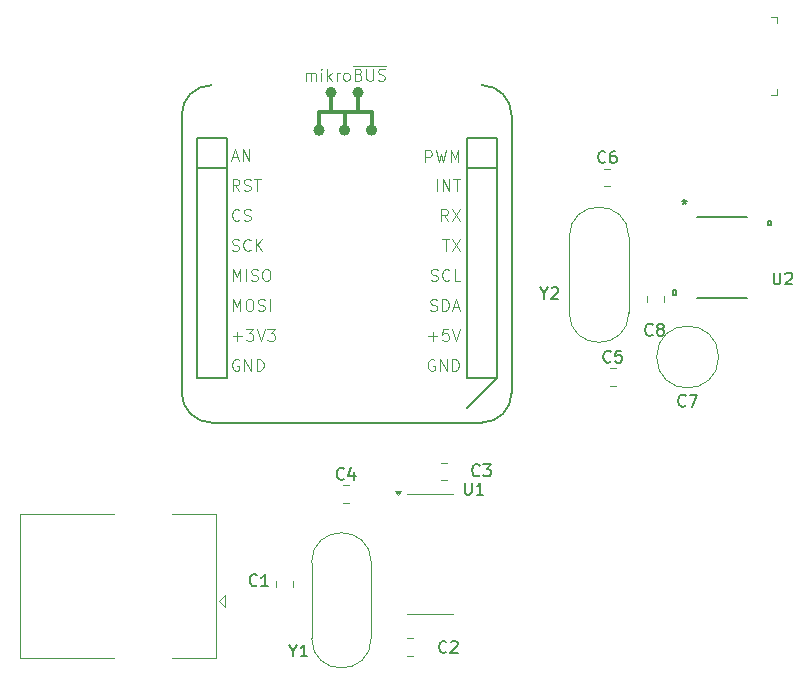
<source format=gto>
G04 #@! TF.GenerationSoftware,KiCad,Pcbnew,8.0.6*
G04 #@! TF.CreationDate,2025-01-19T14:16:04-05:00*
G04 #@! TF.ProjectId,board_stm8_rev2,626f6172-645f-4737-946d-385f72657632,rev?*
G04 #@! TF.SameCoordinates,Original*
G04 #@! TF.FileFunction,Legend,Top*
G04 #@! TF.FilePolarity,Positive*
%FSLAX46Y46*%
G04 Gerber Fmt 4.6, Leading zero omitted, Abs format (unit mm)*
G04 Created by KiCad (PCBNEW 8.0.6) date 2025-01-19 14:16:04*
%MOMM*%
%LPD*%
G01*
G04 APERTURE LIST*
%ADD10C,0.100000*%
%ADD11C,0.150000*%
%ADD12C,0.127000*%
%ADD13C,0.304800*%
%ADD14C,0.508000*%
%ADD15C,0.120000*%
%ADD16C,0.152400*%
G04 APERTURE END LIST*
D10*
X166421343Y-93812419D02*
X166992771Y-93812419D01*
X166707057Y-94812419D02*
X166707057Y-93812419D01*
X167230867Y-93812419D02*
X167897533Y-94812419D01*
X167897533Y-93812419D02*
X167230867Y-94812419D01*
X165468962Y-97304800D02*
X165611819Y-97352419D01*
X165611819Y-97352419D02*
X165849914Y-97352419D01*
X165849914Y-97352419D02*
X165945152Y-97304800D01*
X165945152Y-97304800D02*
X165992771Y-97257180D01*
X165992771Y-97257180D02*
X166040390Y-97161942D01*
X166040390Y-97161942D02*
X166040390Y-97066704D01*
X166040390Y-97066704D02*
X165992771Y-96971466D01*
X165992771Y-96971466D02*
X165945152Y-96923847D01*
X165945152Y-96923847D02*
X165849914Y-96876228D01*
X165849914Y-96876228D02*
X165659438Y-96828609D01*
X165659438Y-96828609D02*
X165564200Y-96780990D01*
X165564200Y-96780990D02*
X165516581Y-96733371D01*
X165516581Y-96733371D02*
X165468962Y-96638133D01*
X165468962Y-96638133D02*
X165468962Y-96542895D01*
X165468962Y-96542895D02*
X165516581Y-96447657D01*
X165516581Y-96447657D02*
X165564200Y-96400038D01*
X165564200Y-96400038D02*
X165659438Y-96352419D01*
X165659438Y-96352419D02*
X165897533Y-96352419D01*
X165897533Y-96352419D02*
X166040390Y-96400038D01*
X167040390Y-97257180D02*
X166992771Y-97304800D01*
X166992771Y-97304800D02*
X166849914Y-97352419D01*
X166849914Y-97352419D02*
X166754676Y-97352419D01*
X166754676Y-97352419D02*
X166611819Y-97304800D01*
X166611819Y-97304800D02*
X166516581Y-97209561D01*
X166516581Y-97209561D02*
X166468962Y-97114323D01*
X166468962Y-97114323D02*
X166421343Y-96923847D01*
X166421343Y-96923847D02*
X166421343Y-96780990D01*
X166421343Y-96780990D02*
X166468962Y-96590514D01*
X166468962Y-96590514D02*
X166516581Y-96495276D01*
X166516581Y-96495276D02*
X166611819Y-96400038D01*
X166611819Y-96400038D02*
X166754676Y-96352419D01*
X166754676Y-96352419D02*
X166849914Y-96352419D01*
X166849914Y-96352419D02*
X166992771Y-96400038D01*
X166992771Y-96400038D02*
X167040390Y-96447657D01*
X167945152Y-97352419D02*
X167468962Y-97352419D01*
X167468962Y-97352419D02*
X167468962Y-96352419D01*
X149249523Y-89732419D02*
X148916190Y-89256228D01*
X148678095Y-89732419D02*
X148678095Y-88732419D01*
X148678095Y-88732419D02*
X149059047Y-88732419D01*
X149059047Y-88732419D02*
X149154285Y-88780038D01*
X149154285Y-88780038D02*
X149201904Y-88827657D01*
X149201904Y-88827657D02*
X149249523Y-88922895D01*
X149249523Y-88922895D02*
X149249523Y-89065752D01*
X149249523Y-89065752D02*
X149201904Y-89160990D01*
X149201904Y-89160990D02*
X149154285Y-89208609D01*
X149154285Y-89208609D02*
X149059047Y-89256228D01*
X149059047Y-89256228D02*
X148678095Y-89256228D01*
X149630476Y-89684800D02*
X149773333Y-89732419D01*
X149773333Y-89732419D02*
X150011428Y-89732419D01*
X150011428Y-89732419D02*
X150106666Y-89684800D01*
X150106666Y-89684800D02*
X150154285Y-89637180D01*
X150154285Y-89637180D02*
X150201904Y-89541942D01*
X150201904Y-89541942D02*
X150201904Y-89446704D01*
X150201904Y-89446704D02*
X150154285Y-89351466D01*
X150154285Y-89351466D02*
X150106666Y-89303847D01*
X150106666Y-89303847D02*
X150011428Y-89256228D01*
X150011428Y-89256228D02*
X149820952Y-89208609D01*
X149820952Y-89208609D02*
X149725714Y-89160990D01*
X149725714Y-89160990D02*
X149678095Y-89113371D01*
X149678095Y-89113371D02*
X149630476Y-89018133D01*
X149630476Y-89018133D02*
X149630476Y-88922895D01*
X149630476Y-88922895D02*
X149678095Y-88827657D01*
X149678095Y-88827657D02*
X149725714Y-88780038D01*
X149725714Y-88780038D02*
X149820952Y-88732419D01*
X149820952Y-88732419D02*
X150059047Y-88732419D01*
X150059047Y-88732419D02*
X150201904Y-88780038D01*
X150487619Y-88732419D02*
X151059047Y-88732419D01*
X150773333Y-89732419D02*
X150773333Y-88732419D01*
X165754676Y-104020038D02*
X165659438Y-103972419D01*
X165659438Y-103972419D02*
X165516581Y-103972419D01*
X165516581Y-103972419D02*
X165373724Y-104020038D01*
X165373724Y-104020038D02*
X165278486Y-104115276D01*
X165278486Y-104115276D02*
X165230867Y-104210514D01*
X165230867Y-104210514D02*
X165183248Y-104400990D01*
X165183248Y-104400990D02*
X165183248Y-104543847D01*
X165183248Y-104543847D02*
X165230867Y-104734323D01*
X165230867Y-104734323D02*
X165278486Y-104829561D01*
X165278486Y-104829561D02*
X165373724Y-104924800D01*
X165373724Y-104924800D02*
X165516581Y-104972419D01*
X165516581Y-104972419D02*
X165611819Y-104972419D01*
X165611819Y-104972419D02*
X165754676Y-104924800D01*
X165754676Y-104924800D02*
X165802295Y-104877180D01*
X165802295Y-104877180D02*
X165802295Y-104543847D01*
X165802295Y-104543847D02*
X165611819Y-104543847D01*
X166230867Y-104972419D02*
X166230867Y-103972419D01*
X166230867Y-103972419D02*
X166802295Y-104972419D01*
X166802295Y-104972419D02*
X166802295Y-103972419D01*
X167278486Y-104972419D02*
X167278486Y-103972419D01*
X167278486Y-103972419D02*
X167516581Y-103972419D01*
X167516581Y-103972419D02*
X167659438Y-104020038D01*
X167659438Y-104020038D02*
X167754676Y-104115276D01*
X167754676Y-104115276D02*
X167802295Y-104210514D01*
X167802295Y-104210514D02*
X167849914Y-104400990D01*
X167849914Y-104400990D02*
X167849914Y-104543847D01*
X167849914Y-104543847D02*
X167802295Y-104734323D01*
X167802295Y-104734323D02*
X167754676Y-104829561D01*
X167754676Y-104829561D02*
X167659438Y-104924800D01*
X167659438Y-104924800D02*
X167516581Y-104972419D01*
X167516581Y-104972419D02*
X167278486Y-104972419D01*
X164992772Y-87319419D02*
X164992772Y-86319419D01*
X164992772Y-86319419D02*
X165373724Y-86319419D01*
X165373724Y-86319419D02*
X165468962Y-86367038D01*
X165468962Y-86367038D02*
X165516581Y-86414657D01*
X165516581Y-86414657D02*
X165564200Y-86509895D01*
X165564200Y-86509895D02*
X165564200Y-86652752D01*
X165564200Y-86652752D02*
X165516581Y-86747990D01*
X165516581Y-86747990D02*
X165468962Y-86795609D01*
X165468962Y-86795609D02*
X165373724Y-86843228D01*
X165373724Y-86843228D02*
X164992772Y-86843228D01*
X165897534Y-86319419D02*
X166135629Y-87319419D01*
X166135629Y-87319419D02*
X166326105Y-86605133D01*
X166326105Y-86605133D02*
X166516581Y-87319419D01*
X166516581Y-87319419D02*
X166754677Y-86319419D01*
X167135629Y-87319419D02*
X167135629Y-86319419D01*
X167135629Y-86319419D02*
X167468962Y-87033704D01*
X167468962Y-87033704D02*
X167802295Y-86319419D01*
X167802295Y-86319419D02*
X167802295Y-87319419D01*
X166897533Y-92272419D02*
X166564200Y-91796228D01*
X166326105Y-92272419D02*
X166326105Y-91272419D01*
X166326105Y-91272419D02*
X166707057Y-91272419D01*
X166707057Y-91272419D02*
X166802295Y-91320038D01*
X166802295Y-91320038D02*
X166849914Y-91367657D01*
X166849914Y-91367657D02*
X166897533Y-91462895D01*
X166897533Y-91462895D02*
X166897533Y-91605752D01*
X166897533Y-91605752D02*
X166849914Y-91700990D01*
X166849914Y-91700990D02*
X166802295Y-91748609D01*
X166802295Y-91748609D02*
X166707057Y-91796228D01*
X166707057Y-91796228D02*
X166326105Y-91796228D01*
X167230867Y-91272419D02*
X167897533Y-92272419D01*
X167897533Y-91272419D02*
X167230867Y-92272419D01*
X149249523Y-92177180D02*
X149201904Y-92224800D01*
X149201904Y-92224800D02*
X149059047Y-92272419D01*
X149059047Y-92272419D02*
X148963809Y-92272419D01*
X148963809Y-92272419D02*
X148820952Y-92224800D01*
X148820952Y-92224800D02*
X148725714Y-92129561D01*
X148725714Y-92129561D02*
X148678095Y-92034323D01*
X148678095Y-92034323D02*
X148630476Y-91843847D01*
X148630476Y-91843847D02*
X148630476Y-91700990D01*
X148630476Y-91700990D02*
X148678095Y-91510514D01*
X148678095Y-91510514D02*
X148725714Y-91415276D01*
X148725714Y-91415276D02*
X148820952Y-91320038D01*
X148820952Y-91320038D02*
X148963809Y-91272419D01*
X148963809Y-91272419D02*
X149059047Y-91272419D01*
X149059047Y-91272419D02*
X149201904Y-91320038D01*
X149201904Y-91320038D02*
X149249523Y-91367657D01*
X149630476Y-92224800D02*
X149773333Y-92272419D01*
X149773333Y-92272419D02*
X150011428Y-92272419D01*
X150011428Y-92272419D02*
X150106666Y-92224800D01*
X150106666Y-92224800D02*
X150154285Y-92177180D01*
X150154285Y-92177180D02*
X150201904Y-92081942D01*
X150201904Y-92081942D02*
X150201904Y-91986704D01*
X150201904Y-91986704D02*
X150154285Y-91891466D01*
X150154285Y-91891466D02*
X150106666Y-91843847D01*
X150106666Y-91843847D02*
X150011428Y-91796228D01*
X150011428Y-91796228D02*
X149820952Y-91748609D01*
X149820952Y-91748609D02*
X149725714Y-91700990D01*
X149725714Y-91700990D02*
X149678095Y-91653371D01*
X149678095Y-91653371D02*
X149630476Y-91558133D01*
X149630476Y-91558133D02*
X149630476Y-91462895D01*
X149630476Y-91462895D02*
X149678095Y-91367657D01*
X149678095Y-91367657D02*
X149725714Y-91320038D01*
X149725714Y-91320038D02*
X149820952Y-91272419D01*
X149820952Y-91272419D02*
X150059047Y-91272419D01*
X150059047Y-91272419D02*
X150201904Y-91320038D01*
X165230867Y-102051466D02*
X165992772Y-102051466D01*
X165611819Y-102432419D02*
X165611819Y-101670514D01*
X166945152Y-101432419D02*
X166468962Y-101432419D01*
X166468962Y-101432419D02*
X166421343Y-101908609D01*
X166421343Y-101908609D02*
X166468962Y-101860990D01*
X166468962Y-101860990D02*
X166564200Y-101813371D01*
X166564200Y-101813371D02*
X166802295Y-101813371D01*
X166802295Y-101813371D02*
X166897533Y-101860990D01*
X166897533Y-101860990D02*
X166945152Y-101908609D01*
X166945152Y-101908609D02*
X166992771Y-102003847D01*
X166992771Y-102003847D02*
X166992771Y-102241942D01*
X166992771Y-102241942D02*
X166945152Y-102337180D01*
X166945152Y-102337180D02*
X166897533Y-102384800D01*
X166897533Y-102384800D02*
X166802295Y-102432419D01*
X166802295Y-102432419D02*
X166564200Y-102432419D01*
X166564200Y-102432419D02*
X166468962Y-102384800D01*
X166468962Y-102384800D02*
X166421343Y-102337180D01*
X167278486Y-101432419D02*
X167611819Y-102432419D01*
X167611819Y-102432419D02*
X167945152Y-101432419D01*
X148678096Y-97352419D02*
X148678096Y-96352419D01*
X148678096Y-96352419D02*
X149011429Y-97066704D01*
X149011429Y-97066704D02*
X149344762Y-96352419D01*
X149344762Y-96352419D02*
X149344762Y-97352419D01*
X149820953Y-97352419D02*
X149820953Y-96352419D01*
X150249524Y-97304800D02*
X150392381Y-97352419D01*
X150392381Y-97352419D02*
X150630476Y-97352419D01*
X150630476Y-97352419D02*
X150725714Y-97304800D01*
X150725714Y-97304800D02*
X150773333Y-97257180D01*
X150773333Y-97257180D02*
X150820952Y-97161942D01*
X150820952Y-97161942D02*
X150820952Y-97066704D01*
X150820952Y-97066704D02*
X150773333Y-96971466D01*
X150773333Y-96971466D02*
X150725714Y-96923847D01*
X150725714Y-96923847D02*
X150630476Y-96876228D01*
X150630476Y-96876228D02*
X150440000Y-96828609D01*
X150440000Y-96828609D02*
X150344762Y-96780990D01*
X150344762Y-96780990D02*
X150297143Y-96733371D01*
X150297143Y-96733371D02*
X150249524Y-96638133D01*
X150249524Y-96638133D02*
X150249524Y-96542895D01*
X150249524Y-96542895D02*
X150297143Y-96447657D01*
X150297143Y-96447657D02*
X150344762Y-96400038D01*
X150344762Y-96400038D02*
X150440000Y-96352419D01*
X150440000Y-96352419D02*
X150678095Y-96352419D01*
X150678095Y-96352419D02*
X150820952Y-96400038D01*
X151440000Y-96352419D02*
X151630476Y-96352419D01*
X151630476Y-96352419D02*
X151725714Y-96400038D01*
X151725714Y-96400038D02*
X151820952Y-96495276D01*
X151820952Y-96495276D02*
X151868571Y-96685752D01*
X151868571Y-96685752D02*
X151868571Y-97019085D01*
X151868571Y-97019085D02*
X151820952Y-97209561D01*
X151820952Y-97209561D02*
X151725714Y-97304800D01*
X151725714Y-97304800D02*
X151630476Y-97352419D01*
X151630476Y-97352419D02*
X151440000Y-97352419D01*
X151440000Y-97352419D02*
X151344762Y-97304800D01*
X151344762Y-97304800D02*
X151249524Y-97209561D01*
X151249524Y-97209561D02*
X151201905Y-97019085D01*
X151201905Y-97019085D02*
X151201905Y-96685752D01*
X151201905Y-96685752D02*
X151249524Y-96495276D01*
X151249524Y-96495276D02*
X151344762Y-96400038D01*
X151344762Y-96400038D02*
X151440000Y-96352419D01*
X148678096Y-99892419D02*
X148678096Y-98892419D01*
X148678096Y-98892419D02*
X149011429Y-99606704D01*
X149011429Y-99606704D02*
X149344762Y-98892419D01*
X149344762Y-98892419D02*
X149344762Y-99892419D01*
X150011429Y-98892419D02*
X150201905Y-98892419D01*
X150201905Y-98892419D02*
X150297143Y-98940038D01*
X150297143Y-98940038D02*
X150392381Y-99035276D01*
X150392381Y-99035276D02*
X150440000Y-99225752D01*
X150440000Y-99225752D02*
X150440000Y-99559085D01*
X150440000Y-99559085D02*
X150392381Y-99749561D01*
X150392381Y-99749561D02*
X150297143Y-99844800D01*
X150297143Y-99844800D02*
X150201905Y-99892419D01*
X150201905Y-99892419D02*
X150011429Y-99892419D01*
X150011429Y-99892419D02*
X149916191Y-99844800D01*
X149916191Y-99844800D02*
X149820953Y-99749561D01*
X149820953Y-99749561D02*
X149773334Y-99559085D01*
X149773334Y-99559085D02*
X149773334Y-99225752D01*
X149773334Y-99225752D02*
X149820953Y-99035276D01*
X149820953Y-99035276D02*
X149916191Y-98940038D01*
X149916191Y-98940038D02*
X150011429Y-98892419D01*
X150820953Y-99844800D02*
X150963810Y-99892419D01*
X150963810Y-99892419D02*
X151201905Y-99892419D01*
X151201905Y-99892419D02*
X151297143Y-99844800D01*
X151297143Y-99844800D02*
X151344762Y-99797180D01*
X151344762Y-99797180D02*
X151392381Y-99701942D01*
X151392381Y-99701942D02*
X151392381Y-99606704D01*
X151392381Y-99606704D02*
X151344762Y-99511466D01*
X151344762Y-99511466D02*
X151297143Y-99463847D01*
X151297143Y-99463847D02*
X151201905Y-99416228D01*
X151201905Y-99416228D02*
X151011429Y-99368609D01*
X151011429Y-99368609D02*
X150916191Y-99320990D01*
X150916191Y-99320990D02*
X150868572Y-99273371D01*
X150868572Y-99273371D02*
X150820953Y-99178133D01*
X150820953Y-99178133D02*
X150820953Y-99082895D01*
X150820953Y-99082895D02*
X150868572Y-98987657D01*
X150868572Y-98987657D02*
X150916191Y-98940038D01*
X150916191Y-98940038D02*
X151011429Y-98892419D01*
X151011429Y-98892419D02*
X151249524Y-98892419D01*
X151249524Y-98892419D02*
X151392381Y-98940038D01*
X151820953Y-99892419D02*
X151820953Y-98892419D01*
X154866667Y-80407419D02*
X154866667Y-79740752D01*
X154866667Y-79835990D02*
X154914286Y-79788371D01*
X154914286Y-79788371D02*
X155009524Y-79740752D01*
X155009524Y-79740752D02*
X155152381Y-79740752D01*
X155152381Y-79740752D02*
X155247619Y-79788371D01*
X155247619Y-79788371D02*
X155295238Y-79883609D01*
X155295238Y-79883609D02*
X155295238Y-80407419D01*
X155295238Y-79883609D02*
X155342857Y-79788371D01*
X155342857Y-79788371D02*
X155438095Y-79740752D01*
X155438095Y-79740752D02*
X155580952Y-79740752D01*
X155580952Y-79740752D02*
X155676191Y-79788371D01*
X155676191Y-79788371D02*
X155723810Y-79883609D01*
X155723810Y-79883609D02*
X155723810Y-80407419D01*
X156200000Y-80407419D02*
X156200000Y-79740752D01*
X156200000Y-79407419D02*
X156152381Y-79455038D01*
X156152381Y-79455038D02*
X156200000Y-79502657D01*
X156200000Y-79502657D02*
X156247619Y-79455038D01*
X156247619Y-79455038D02*
X156200000Y-79407419D01*
X156200000Y-79407419D02*
X156200000Y-79502657D01*
X156676190Y-80407419D02*
X156676190Y-79407419D01*
X156771428Y-80026466D02*
X157057142Y-80407419D01*
X157057142Y-79740752D02*
X156676190Y-80121704D01*
X157485714Y-80407419D02*
X157485714Y-79740752D01*
X157485714Y-79931228D02*
X157533333Y-79835990D01*
X157533333Y-79835990D02*
X157580952Y-79788371D01*
X157580952Y-79788371D02*
X157676190Y-79740752D01*
X157676190Y-79740752D02*
X157771428Y-79740752D01*
X158247619Y-80407419D02*
X158152381Y-80359800D01*
X158152381Y-80359800D02*
X158104762Y-80312180D01*
X158104762Y-80312180D02*
X158057143Y-80216942D01*
X158057143Y-80216942D02*
X158057143Y-79931228D01*
X158057143Y-79931228D02*
X158104762Y-79835990D01*
X158104762Y-79835990D02*
X158152381Y-79788371D01*
X158152381Y-79788371D02*
X158247619Y-79740752D01*
X158247619Y-79740752D02*
X158390476Y-79740752D01*
X158390476Y-79740752D02*
X158485714Y-79788371D01*
X158485714Y-79788371D02*
X158533333Y-79835990D01*
X158533333Y-79835990D02*
X158580952Y-79931228D01*
X158580952Y-79931228D02*
X158580952Y-80216942D01*
X158580952Y-80216942D02*
X158533333Y-80312180D01*
X158533333Y-80312180D02*
X158485714Y-80359800D01*
X158485714Y-80359800D02*
X158390476Y-80407419D01*
X158390476Y-80407419D02*
X158247619Y-80407419D01*
X159342857Y-79883609D02*
X159485714Y-79931228D01*
X159485714Y-79931228D02*
X159533333Y-79978847D01*
X159533333Y-79978847D02*
X159580952Y-80074085D01*
X159580952Y-80074085D02*
X159580952Y-80216942D01*
X159580952Y-80216942D02*
X159533333Y-80312180D01*
X159533333Y-80312180D02*
X159485714Y-80359800D01*
X159485714Y-80359800D02*
X159390476Y-80407419D01*
X159390476Y-80407419D02*
X159009524Y-80407419D01*
X159009524Y-80407419D02*
X159009524Y-79407419D01*
X159009524Y-79407419D02*
X159342857Y-79407419D01*
X159342857Y-79407419D02*
X159438095Y-79455038D01*
X159438095Y-79455038D02*
X159485714Y-79502657D01*
X159485714Y-79502657D02*
X159533333Y-79597895D01*
X159533333Y-79597895D02*
X159533333Y-79693133D01*
X159533333Y-79693133D02*
X159485714Y-79788371D01*
X159485714Y-79788371D02*
X159438095Y-79835990D01*
X159438095Y-79835990D02*
X159342857Y-79883609D01*
X159342857Y-79883609D02*
X159009524Y-79883609D01*
X160009524Y-79407419D02*
X160009524Y-80216942D01*
X160009524Y-80216942D02*
X160057143Y-80312180D01*
X160057143Y-80312180D02*
X160104762Y-80359800D01*
X160104762Y-80359800D02*
X160200000Y-80407419D01*
X160200000Y-80407419D02*
X160390476Y-80407419D01*
X160390476Y-80407419D02*
X160485714Y-80359800D01*
X160485714Y-80359800D02*
X160533333Y-80312180D01*
X160533333Y-80312180D02*
X160580952Y-80216942D01*
X160580952Y-80216942D02*
X160580952Y-79407419D01*
X161009524Y-80359800D02*
X161152381Y-80407419D01*
X161152381Y-80407419D02*
X161390476Y-80407419D01*
X161390476Y-80407419D02*
X161485714Y-80359800D01*
X161485714Y-80359800D02*
X161533333Y-80312180D01*
X161533333Y-80312180D02*
X161580952Y-80216942D01*
X161580952Y-80216942D02*
X161580952Y-80121704D01*
X161580952Y-80121704D02*
X161533333Y-80026466D01*
X161533333Y-80026466D02*
X161485714Y-79978847D01*
X161485714Y-79978847D02*
X161390476Y-79931228D01*
X161390476Y-79931228D02*
X161200000Y-79883609D01*
X161200000Y-79883609D02*
X161104762Y-79835990D01*
X161104762Y-79835990D02*
X161057143Y-79788371D01*
X161057143Y-79788371D02*
X161009524Y-79693133D01*
X161009524Y-79693133D02*
X161009524Y-79597895D01*
X161009524Y-79597895D02*
X161057143Y-79502657D01*
X161057143Y-79502657D02*
X161104762Y-79455038D01*
X161104762Y-79455038D02*
X161200000Y-79407419D01*
X161200000Y-79407419D02*
X161438095Y-79407419D01*
X161438095Y-79407419D02*
X161580952Y-79455038D01*
X158871429Y-79129800D02*
X161671429Y-79129800D01*
X165421343Y-99844800D02*
X165564200Y-99892419D01*
X165564200Y-99892419D02*
X165802295Y-99892419D01*
X165802295Y-99892419D02*
X165897533Y-99844800D01*
X165897533Y-99844800D02*
X165945152Y-99797180D01*
X165945152Y-99797180D02*
X165992771Y-99701942D01*
X165992771Y-99701942D02*
X165992771Y-99606704D01*
X165992771Y-99606704D02*
X165945152Y-99511466D01*
X165945152Y-99511466D02*
X165897533Y-99463847D01*
X165897533Y-99463847D02*
X165802295Y-99416228D01*
X165802295Y-99416228D02*
X165611819Y-99368609D01*
X165611819Y-99368609D02*
X165516581Y-99320990D01*
X165516581Y-99320990D02*
X165468962Y-99273371D01*
X165468962Y-99273371D02*
X165421343Y-99178133D01*
X165421343Y-99178133D02*
X165421343Y-99082895D01*
X165421343Y-99082895D02*
X165468962Y-98987657D01*
X165468962Y-98987657D02*
X165516581Y-98940038D01*
X165516581Y-98940038D02*
X165611819Y-98892419D01*
X165611819Y-98892419D02*
X165849914Y-98892419D01*
X165849914Y-98892419D02*
X165992771Y-98940038D01*
X166421343Y-99892419D02*
X166421343Y-98892419D01*
X166421343Y-98892419D02*
X166659438Y-98892419D01*
X166659438Y-98892419D02*
X166802295Y-98940038D01*
X166802295Y-98940038D02*
X166897533Y-99035276D01*
X166897533Y-99035276D02*
X166945152Y-99130514D01*
X166945152Y-99130514D02*
X166992771Y-99320990D01*
X166992771Y-99320990D02*
X166992771Y-99463847D01*
X166992771Y-99463847D02*
X166945152Y-99654323D01*
X166945152Y-99654323D02*
X166897533Y-99749561D01*
X166897533Y-99749561D02*
X166802295Y-99844800D01*
X166802295Y-99844800D02*
X166659438Y-99892419D01*
X166659438Y-99892419D02*
X166421343Y-99892419D01*
X167373724Y-99606704D02*
X167849914Y-99606704D01*
X167278486Y-99892419D02*
X167611819Y-98892419D01*
X167611819Y-98892419D02*
X167945152Y-99892419D01*
X165992772Y-89732419D02*
X165992772Y-88732419D01*
X166468962Y-89732419D02*
X166468962Y-88732419D01*
X166468962Y-88732419D02*
X167040390Y-89732419D01*
X167040390Y-89732419D02*
X167040390Y-88732419D01*
X167373724Y-88732419D02*
X167945152Y-88732419D01*
X167659438Y-89732419D02*
X167659438Y-88732419D01*
X148630476Y-94764800D02*
X148773333Y-94812419D01*
X148773333Y-94812419D02*
X149011428Y-94812419D01*
X149011428Y-94812419D02*
X149106666Y-94764800D01*
X149106666Y-94764800D02*
X149154285Y-94717180D01*
X149154285Y-94717180D02*
X149201904Y-94621942D01*
X149201904Y-94621942D02*
X149201904Y-94526704D01*
X149201904Y-94526704D02*
X149154285Y-94431466D01*
X149154285Y-94431466D02*
X149106666Y-94383847D01*
X149106666Y-94383847D02*
X149011428Y-94336228D01*
X149011428Y-94336228D02*
X148820952Y-94288609D01*
X148820952Y-94288609D02*
X148725714Y-94240990D01*
X148725714Y-94240990D02*
X148678095Y-94193371D01*
X148678095Y-94193371D02*
X148630476Y-94098133D01*
X148630476Y-94098133D02*
X148630476Y-94002895D01*
X148630476Y-94002895D02*
X148678095Y-93907657D01*
X148678095Y-93907657D02*
X148725714Y-93860038D01*
X148725714Y-93860038D02*
X148820952Y-93812419D01*
X148820952Y-93812419D02*
X149059047Y-93812419D01*
X149059047Y-93812419D02*
X149201904Y-93860038D01*
X150201904Y-94717180D02*
X150154285Y-94764800D01*
X150154285Y-94764800D02*
X150011428Y-94812419D01*
X150011428Y-94812419D02*
X149916190Y-94812419D01*
X149916190Y-94812419D02*
X149773333Y-94764800D01*
X149773333Y-94764800D02*
X149678095Y-94669561D01*
X149678095Y-94669561D02*
X149630476Y-94574323D01*
X149630476Y-94574323D02*
X149582857Y-94383847D01*
X149582857Y-94383847D02*
X149582857Y-94240990D01*
X149582857Y-94240990D02*
X149630476Y-94050514D01*
X149630476Y-94050514D02*
X149678095Y-93955276D01*
X149678095Y-93955276D02*
X149773333Y-93860038D01*
X149773333Y-93860038D02*
X149916190Y-93812419D01*
X149916190Y-93812419D02*
X150011428Y-93812419D01*
X150011428Y-93812419D02*
X150154285Y-93860038D01*
X150154285Y-93860038D02*
X150201904Y-93907657D01*
X150630476Y-94812419D02*
X150630476Y-93812419D01*
X151201904Y-94812419D02*
X150773333Y-94240990D01*
X151201904Y-93812419D02*
X150630476Y-94383847D01*
X148630476Y-86906704D02*
X149106666Y-86906704D01*
X148535238Y-87192419D02*
X148868571Y-86192419D01*
X148868571Y-86192419D02*
X149201904Y-87192419D01*
X149535238Y-87192419D02*
X149535238Y-86192419D01*
X149535238Y-86192419D02*
X150106666Y-87192419D01*
X150106666Y-87192419D02*
X150106666Y-86192419D01*
X149201904Y-104020038D02*
X149106666Y-103972419D01*
X149106666Y-103972419D02*
X148963809Y-103972419D01*
X148963809Y-103972419D02*
X148820952Y-104020038D01*
X148820952Y-104020038D02*
X148725714Y-104115276D01*
X148725714Y-104115276D02*
X148678095Y-104210514D01*
X148678095Y-104210514D02*
X148630476Y-104400990D01*
X148630476Y-104400990D02*
X148630476Y-104543847D01*
X148630476Y-104543847D02*
X148678095Y-104734323D01*
X148678095Y-104734323D02*
X148725714Y-104829561D01*
X148725714Y-104829561D02*
X148820952Y-104924800D01*
X148820952Y-104924800D02*
X148963809Y-104972419D01*
X148963809Y-104972419D02*
X149059047Y-104972419D01*
X149059047Y-104972419D02*
X149201904Y-104924800D01*
X149201904Y-104924800D02*
X149249523Y-104877180D01*
X149249523Y-104877180D02*
X149249523Y-104543847D01*
X149249523Y-104543847D02*
X149059047Y-104543847D01*
X149678095Y-104972419D02*
X149678095Y-103972419D01*
X149678095Y-103972419D02*
X150249523Y-104972419D01*
X150249523Y-104972419D02*
X150249523Y-103972419D01*
X150725714Y-104972419D02*
X150725714Y-103972419D01*
X150725714Y-103972419D02*
X150963809Y-103972419D01*
X150963809Y-103972419D02*
X151106666Y-104020038D01*
X151106666Y-104020038D02*
X151201904Y-104115276D01*
X151201904Y-104115276D02*
X151249523Y-104210514D01*
X151249523Y-104210514D02*
X151297142Y-104400990D01*
X151297142Y-104400990D02*
X151297142Y-104543847D01*
X151297142Y-104543847D02*
X151249523Y-104734323D01*
X151249523Y-104734323D02*
X151201904Y-104829561D01*
X151201904Y-104829561D02*
X151106666Y-104924800D01*
X151106666Y-104924800D02*
X150963809Y-104972419D01*
X150963809Y-104972419D02*
X150725714Y-104972419D01*
X148678095Y-102051466D02*
X149440000Y-102051466D01*
X149059047Y-102432419D02*
X149059047Y-101670514D01*
X149820952Y-101432419D02*
X150439999Y-101432419D01*
X150439999Y-101432419D02*
X150106666Y-101813371D01*
X150106666Y-101813371D02*
X150249523Y-101813371D01*
X150249523Y-101813371D02*
X150344761Y-101860990D01*
X150344761Y-101860990D02*
X150392380Y-101908609D01*
X150392380Y-101908609D02*
X150439999Y-102003847D01*
X150439999Y-102003847D02*
X150439999Y-102241942D01*
X150439999Y-102241942D02*
X150392380Y-102337180D01*
X150392380Y-102337180D02*
X150344761Y-102384800D01*
X150344761Y-102384800D02*
X150249523Y-102432419D01*
X150249523Y-102432419D02*
X149963809Y-102432419D01*
X149963809Y-102432419D02*
X149868571Y-102384800D01*
X149868571Y-102384800D02*
X149820952Y-102337180D01*
X150725714Y-101432419D02*
X151059047Y-102432419D01*
X151059047Y-102432419D02*
X151392380Y-101432419D01*
X151630476Y-101432419D02*
X152249523Y-101432419D01*
X152249523Y-101432419D02*
X151916190Y-101813371D01*
X151916190Y-101813371D02*
X152059047Y-101813371D01*
X152059047Y-101813371D02*
X152154285Y-101860990D01*
X152154285Y-101860990D02*
X152201904Y-101908609D01*
X152201904Y-101908609D02*
X152249523Y-102003847D01*
X152249523Y-102003847D02*
X152249523Y-102241942D01*
X152249523Y-102241942D02*
X152201904Y-102337180D01*
X152201904Y-102337180D02*
X152154285Y-102384800D01*
X152154285Y-102384800D02*
X152059047Y-102432419D01*
X152059047Y-102432419D02*
X151773333Y-102432419D01*
X151773333Y-102432419D02*
X151678095Y-102384800D01*
X151678095Y-102384800D02*
X151630476Y-102337180D01*
D11*
X184233333Y-101909580D02*
X184185714Y-101957200D01*
X184185714Y-101957200D02*
X184042857Y-102004819D01*
X184042857Y-102004819D02*
X183947619Y-102004819D01*
X183947619Y-102004819D02*
X183804762Y-101957200D01*
X183804762Y-101957200D02*
X183709524Y-101861961D01*
X183709524Y-101861961D02*
X183661905Y-101766723D01*
X183661905Y-101766723D02*
X183614286Y-101576247D01*
X183614286Y-101576247D02*
X183614286Y-101433390D01*
X183614286Y-101433390D02*
X183661905Y-101242914D01*
X183661905Y-101242914D02*
X183709524Y-101147676D01*
X183709524Y-101147676D02*
X183804762Y-101052438D01*
X183804762Y-101052438D02*
X183947619Y-101004819D01*
X183947619Y-101004819D02*
X184042857Y-101004819D01*
X184042857Y-101004819D02*
X184185714Y-101052438D01*
X184185714Y-101052438D02*
X184233333Y-101100057D01*
X184804762Y-101433390D02*
X184709524Y-101385771D01*
X184709524Y-101385771D02*
X184661905Y-101338152D01*
X184661905Y-101338152D02*
X184614286Y-101242914D01*
X184614286Y-101242914D02*
X184614286Y-101195295D01*
X184614286Y-101195295D02*
X184661905Y-101100057D01*
X184661905Y-101100057D02*
X184709524Y-101052438D01*
X184709524Y-101052438D02*
X184804762Y-101004819D01*
X184804762Y-101004819D02*
X184995238Y-101004819D01*
X184995238Y-101004819D02*
X185090476Y-101052438D01*
X185090476Y-101052438D02*
X185138095Y-101100057D01*
X185138095Y-101100057D02*
X185185714Y-101195295D01*
X185185714Y-101195295D02*
X185185714Y-101242914D01*
X185185714Y-101242914D02*
X185138095Y-101338152D01*
X185138095Y-101338152D02*
X185090476Y-101385771D01*
X185090476Y-101385771D02*
X184995238Y-101433390D01*
X184995238Y-101433390D02*
X184804762Y-101433390D01*
X184804762Y-101433390D02*
X184709524Y-101481009D01*
X184709524Y-101481009D02*
X184661905Y-101528628D01*
X184661905Y-101528628D02*
X184614286Y-101623866D01*
X184614286Y-101623866D02*
X184614286Y-101814342D01*
X184614286Y-101814342D02*
X184661905Y-101909580D01*
X184661905Y-101909580D02*
X184709524Y-101957200D01*
X184709524Y-101957200D02*
X184804762Y-102004819D01*
X184804762Y-102004819D02*
X184995238Y-102004819D01*
X184995238Y-102004819D02*
X185090476Y-101957200D01*
X185090476Y-101957200D02*
X185138095Y-101909580D01*
X185138095Y-101909580D02*
X185185714Y-101814342D01*
X185185714Y-101814342D02*
X185185714Y-101623866D01*
X185185714Y-101623866D02*
X185138095Y-101528628D01*
X185138095Y-101528628D02*
X185090476Y-101481009D01*
X185090476Y-101481009D02*
X184995238Y-101433390D01*
X187033333Y-107909580D02*
X186985714Y-107957200D01*
X186985714Y-107957200D02*
X186842857Y-108004819D01*
X186842857Y-108004819D02*
X186747619Y-108004819D01*
X186747619Y-108004819D02*
X186604762Y-107957200D01*
X186604762Y-107957200D02*
X186509524Y-107861961D01*
X186509524Y-107861961D02*
X186461905Y-107766723D01*
X186461905Y-107766723D02*
X186414286Y-107576247D01*
X186414286Y-107576247D02*
X186414286Y-107433390D01*
X186414286Y-107433390D02*
X186461905Y-107242914D01*
X186461905Y-107242914D02*
X186509524Y-107147676D01*
X186509524Y-107147676D02*
X186604762Y-107052438D01*
X186604762Y-107052438D02*
X186747619Y-107004819D01*
X186747619Y-107004819D02*
X186842857Y-107004819D01*
X186842857Y-107004819D02*
X186985714Y-107052438D01*
X186985714Y-107052438D02*
X187033333Y-107100057D01*
X187366667Y-107004819D02*
X188033333Y-107004819D01*
X188033333Y-107004819D02*
X187604762Y-108004819D01*
X180695333Y-104179580D02*
X180647714Y-104227200D01*
X180647714Y-104227200D02*
X180504857Y-104274819D01*
X180504857Y-104274819D02*
X180409619Y-104274819D01*
X180409619Y-104274819D02*
X180266762Y-104227200D01*
X180266762Y-104227200D02*
X180171524Y-104131961D01*
X180171524Y-104131961D02*
X180123905Y-104036723D01*
X180123905Y-104036723D02*
X180076286Y-103846247D01*
X180076286Y-103846247D02*
X180076286Y-103703390D01*
X180076286Y-103703390D02*
X180123905Y-103512914D01*
X180123905Y-103512914D02*
X180171524Y-103417676D01*
X180171524Y-103417676D02*
X180266762Y-103322438D01*
X180266762Y-103322438D02*
X180409619Y-103274819D01*
X180409619Y-103274819D02*
X180504857Y-103274819D01*
X180504857Y-103274819D02*
X180647714Y-103322438D01*
X180647714Y-103322438D02*
X180695333Y-103370057D01*
X181600095Y-103274819D02*
X181123905Y-103274819D01*
X181123905Y-103274819D02*
X181076286Y-103751009D01*
X181076286Y-103751009D02*
X181123905Y-103703390D01*
X181123905Y-103703390D02*
X181219143Y-103655771D01*
X181219143Y-103655771D02*
X181457238Y-103655771D01*
X181457238Y-103655771D02*
X181552476Y-103703390D01*
X181552476Y-103703390D02*
X181600095Y-103751009D01*
X181600095Y-103751009D02*
X181647714Y-103846247D01*
X181647714Y-103846247D02*
X181647714Y-104084342D01*
X181647714Y-104084342D02*
X181600095Y-104179580D01*
X181600095Y-104179580D02*
X181552476Y-104227200D01*
X181552476Y-104227200D02*
X181457238Y-104274819D01*
X181457238Y-104274819D02*
X181219143Y-104274819D01*
X181219143Y-104274819D02*
X181123905Y-104227200D01*
X181123905Y-104227200D02*
X181076286Y-104179580D01*
X180233333Y-87279580D02*
X180185714Y-87327200D01*
X180185714Y-87327200D02*
X180042857Y-87374819D01*
X180042857Y-87374819D02*
X179947619Y-87374819D01*
X179947619Y-87374819D02*
X179804762Y-87327200D01*
X179804762Y-87327200D02*
X179709524Y-87231961D01*
X179709524Y-87231961D02*
X179661905Y-87136723D01*
X179661905Y-87136723D02*
X179614286Y-86946247D01*
X179614286Y-86946247D02*
X179614286Y-86803390D01*
X179614286Y-86803390D02*
X179661905Y-86612914D01*
X179661905Y-86612914D02*
X179709524Y-86517676D01*
X179709524Y-86517676D02*
X179804762Y-86422438D01*
X179804762Y-86422438D02*
X179947619Y-86374819D01*
X179947619Y-86374819D02*
X180042857Y-86374819D01*
X180042857Y-86374819D02*
X180185714Y-86422438D01*
X180185714Y-86422438D02*
X180233333Y-86470057D01*
X181090476Y-86374819D02*
X180900000Y-86374819D01*
X180900000Y-86374819D02*
X180804762Y-86422438D01*
X180804762Y-86422438D02*
X180757143Y-86470057D01*
X180757143Y-86470057D02*
X180661905Y-86612914D01*
X180661905Y-86612914D02*
X180614286Y-86803390D01*
X180614286Y-86803390D02*
X180614286Y-87184342D01*
X180614286Y-87184342D02*
X180661905Y-87279580D01*
X180661905Y-87279580D02*
X180709524Y-87327200D01*
X180709524Y-87327200D02*
X180804762Y-87374819D01*
X180804762Y-87374819D02*
X180995238Y-87374819D01*
X180995238Y-87374819D02*
X181090476Y-87327200D01*
X181090476Y-87327200D02*
X181138095Y-87279580D01*
X181138095Y-87279580D02*
X181185714Y-87184342D01*
X181185714Y-87184342D02*
X181185714Y-86946247D01*
X181185714Y-86946247D02*
X181138095Y-86851009D01*
X181138095Y-86851009D02*
X181090476Y-86803390D01*
X181090476Y-86803390D02*
X180995238Y-86755771D01*
X180995238Y-86755771D02*
X180804762Y-86755771D01*
X180804762Y-86755771D02*
X180709524Y-86803390D01*
X180709524Y-86803390D02*
X180661905Y-86851009D01*
X180661905Y-86851009D02*
X180614286Y-86946247D01*
X175073809Y-98428628D02*
X175073809Y-98904819D01*
X174740476Y-97904819D02*
X175073809Y-98428628D01*
X175073809Y-98428628D02*
X175407142Y-97904819D01*
X175692857Y-98000057D02*
X175740476Y-97952438D01*
X175740476Y-97952438D02*
X175835714Y-97904819D01*
X175835714Y-97904819D02*
X176073809Y-97904819D01*
X176073809Y-97904819D02*
X176169047Y-97952438D01*
X176169047Y-97952438D02*
X176216666Y-98000057D01*
X176216666Y-98000057D02*
X176264285Y-98095295D01*
X176264285Y-98095295D02*
X176264285Y-98190533D01*
X176264285Y-98190533D02*
X176216666Y-98333390D01*
X176216666Y-98333390D02*
X175645238Y-98904819D01*
X175645238Y-98904819D02*
X176264285Y-98904819D01*
X194488095Y-96654819D02*
X194488095Y-97464342D01*
X194488095Y-97464342D02*
X194535714Y-97559580D01*
X194535714Y-97559580D02*
X194583333Y-97607200D01*
X194583333Y-97607200D02*
X194678571Y-97654819D01*
X194678571Y-97654819D02*
X194869047Y-97654819D01*
X194869047Y-97654819D02*
X194964285Y-97607200D01*
X194964285Y-97607200D02*
X195011904Y-97559580D01*
X195011904Y-97559580D02*
X195059523Y-97464342D01*
X195059523Y-97464342D02*
X195059523Y-96654819D01*
X195488095Y-96750057D02*
X195535714Y-96702438D01*
X195535714Y-96702438D02*
X195630952Y-96654819D01*
X195630952Y-96654819D02*
X195869047Y-96654819D01*
X195869047Y-96654819D02*
X195964285Y-96702438D01*
X195964285Y-96702438D02*
X196011904Y-96750057D01*
X196011904Y-96750057D02*
X196059523Y-96845295D01*
X196059523Y-96845295D02*
X196059523Y-96940533D01*
X196059523Y-96940533D02*
X196011904Y-97083390D01*
X196011904Y-97083390D02*
X195440476Y-97654819D01*
X195440476Y-97654819D02*
X196059523Y-97654819D01*
X186925000Y-90431218D02*
X186925000Y-90669313D01*
X186686905Y-90574075D02*
X186925000Y-90669313D01*
X186925000Y-90669313D02*
X187163095Y-90574075D01*
X186782143Y-90859789D02*
X186925000Y-90669313D01*
X186925000Y-90669313D02*
X187067857Y-90859789D01*
X158106333Y-114098580D02*
X158058714Y-114146200D01*
X158058714Y-114146200D02*
X157915857Y-114193819D01*
X157915857Y-114193819D02*
X157820619Y-114193819D01*
X157820619Y-114193819D02*
X157677762Y-114146200D01*
X157677762Y-114146200D02*
X157582524Y-114050961D01*
X157582524Y-114050961D02*
X157534905Y-113955723D01*
X157534905Y-113955723D02*
X157487286Y-113765247D01*
X157487286Y-113765247D02*
X157487286Y-113622390D01*
X157487286Y-113622390D02*
X157534905Y-113431914D01*
X157534905Y-113431914D02*
X157582524Y-113336676D01*
X157582524Y-113336676D02*
X157677762Y-113241438D01*
X157677762Y-113241438D02*
X157820619Y-113193819D01*
X157820619Y-113193819D02*
X157915857Y-113193819D01*
X157915857Y-113193819D02*
X158058714Y-113241438D01*
X158058714Y-113241438D02*
X158106333Y-113289057D01*
X158963476Y-113527152D02*
X158963476Y-114193819D01*
X158725381Y-113146200D02*
X158487286Y-113860485D01*
X158487286Y-113860485D02*
X159106333Y-113860485D01*
X168338095Y-114454819D02*
X168338095Y-115264342D01*
X168338095Y-115264342D02*
X168385714Y-115359580D01*
X168385714Y-115359580D02*
X168433333Y-115407200D01*
X168433333Y-115407200D02*
X168528571Y-115454819D01*
X168528571Y-115454819D02*
X168719047Y-115454819D01*
X168719047Y-115454819D02*
X168814285Y-115407200D01*
X168814285Y-115407200D02*
X168861904Y-115359580D01*
X168861904Y-115359580D02*
X168909523Y-115264342D01*
X168909523Y-115264342D02*
X168909523Y-114454819D01*
X169909523Y-115454819D02*
X169338095Y-115454819D01*
X169623809Y-115454819D02*
X169623809Y-114454819D01*
X169623809Y-114454819D02*
X169528571Y-114597676D01*
X169528571Y-114597676D02*
X169433333Y-114692914D01*
X169433333Y-114692914D02*
X169338095Y-114740533D01*
X153823809Y-128678628D02*
X153823809Y-129154819D01*
X153490476Y-128154819D02*
X153823809Y-128678628D01*
X153823809Y-128678628D02*
X154157142Y-128154819D01*
X155014285Y-129154819D02*
X154442857Y-129154819D01*
X154728571Y-129154819D02*
X154728571Y-128154819D01*
X154728571Y-128154819D02*
X154633333Y-128297676D01*
X154633333Y-128297676D02*
X154538095Y-128392914D01*
X154538095Y-128392914D02*
X154442857Y-128440533D01*
X169583333Y-113809580D02*
X169535714Y-113857200D01*
X169535714Y-113857200D02*
X169392857Y-113904819D01*
X169392857Y-113904819D02*
X169297619Y-113904819D01*
X169297619Y-113904819D02*
X169154762Y-113857200D01*
X169154762Y-113857200D02*
X169059524Y-113761961D01*
X169059524Y-113761961D02*
X169011905Y-113666723D01*
X169011905Y-113666723D02*
X168964286Y-113476247D01*
X168964286Y-113476247D02*
X168964286Y-113333390D01*
X168964286Y-113333390D02*
X169011905Y-113142914D01*
X169011905Y-113142914D02*
X169059524Y-113047676D01*
X169059524Y-113047676D02*
X169154762Y-112952438D01*
X169154762Y-112952438D02*
X169297619Y-112904819D01*
X169297619Y-112904819D02*
X169392857Y-112904819D01*
X169392857Y-112904819D02*
X169535714Y-112952438D01*
X169535714Y-112952438D02*
X169583333Y-113000057D01*
X169916667Y-112904819D02*
X170535714Y-112904819D01*
X170535714Y-112904819D02*
X170202381Y-113285771D01*
X170202381Y-113285771D02*
X170345238Y-113285771D01*
X170345238Y-113285771D02*
X170440476Y-113333390D01*
X170440476Y-113333390D02*
X170488095Y-113381009D01*
X170488095Y-113381009D02*
X170535714Y-113476247D01*
X170535714Y-113476247D02*
X170535714Y-113714342D01*
X170535714Y-113714342D02*
X170488095Y-113809580D01*
X170488095Y-113809580D02*
X170440476Y-113857200D01*
X170440476Y-113857200D02*
X170345238Y-113904819D01*
X170345238Y-113904819D02*
X170059524Y-113904819D01*
X170059524Y-113904819D02*
X169964286Y-113857200D01*
X169964286Y-113857200D02*
X169916667Y-113809580D01*
X166783333Y-128759580D02*
X166735714Y-128807200D01*
X166735714Y-128807200D02*
X166592857Y-128854819D01*
X166592857Y-128854819D02*
X166497619Y-128854819D01*
X166497619Y-128854819D02*
X166354762Y-128807200D01*
X166354762Y-128807200D02*
X166259524Y-128711961D01*
X166259524Y-128711961D02*
X166211905Y-128616723D01*
X166211905Y-128616723D02*
X166164286Y-128426247D01*
X166164286Y-128426247D02*
X166164286Y-128283390D01*
X166164286Y-128283390D02*
X166211905Y-128092914D01*
X166211905Y-128092914D02*
X166259524Y-127997676D01*
X166259524Y-127997676D02*
X166354762Y-127902438D01*
X166354762Y-127902438D02*
X166497619Y-127854819D01*
X166497619Y-127854819D02*
X166592857Y-127854819D01*
X166592857Y-127854819D02*
X166735714Y-127902438D01*
X166735714Y-127902438D02*
X166783333Y-127950057D01*
X167164286Y-127950057D02*
X167211905Y-127902438D01*
X167211905Y-127902438D02*
X167307143Y-127854819D01*
X167307143Y-127854819D02*
X167545238Y-127854819D01*
X167545238Y-127854819D02*
X167640476Y-127902438D01*
X167640476Y-127902438D02*
X167688095Y-127950057D01*
X167688095Y-127950057D02*
X167735714Y-128045295D01*
X167735714Y-128045295D02*
X167735714Y-128140533D01*
X167735714Y-128140533D02*
X167688095Y-128283390D01*
X167688095Y-128283390D02*
X167116667Y-128854819D01*
X167116667Y-128854819D02*
X167735714Y-128854819D01*
X150733333Y-123109580D02*
X150685714Y-123157200D01*
X150685714Y-123157200D02*
X150542857Y-123204819D01*
X150542857Y-123204819D02*
X150447619Y-123204819D01*
X150447619Y-123204819D02*
X150304762Y-123157200D01*
X150304762Y-123157200D02*
X150209524Y-123061961D01*
X150209524Y-123061961D02*
X150161905Y-122966723D01*
X150161905Y-122966723D02*
X150114286Y-122776247D01*
X150114286Y-122776247D02*
X150114286Y-122633390D01*
X150114286Y-122633390D02*
X150161905Y-122442914D01*
X150161905Y-122442914D02*
X150209524Y-122347676D01*
X150209524Y-122347676D02*
X150304762Y-122252438D01*
X150304762Y-122252438D02*
X150447619Y-122204819D01*
X150447619Y-122204819D02*
X150542857Y-122204819D01*
X150542857Y-122204819D02*
X150685714Y-122252438D01*
X150685714Y-122252438D02*
X150733333Y-122300057D01*
X151685714Y-123204819D02*
X151114286Y-123204819D01*
X151400000Y-123204819D02*
X151400000Y-122204819D01*
X151400000Y-122204819D02*
X151304762Y-122347676D01*
X151304762Y-122347676D02*
X151209524Y-122442914D01*
X151209524Y-122442914D02*
X151114286Y-122490533D01*
D12*
X144360000Y-83325000D02*
X144360000Y-106820000D01*
X145630000Y-85230000D02*
X145630000Y-87770000D01*
X145630000Y-87770000D02*
X145630000Y-105550000D01*
X145630000Y-87770000D02*
X148170000Y-87770000D01*
X145630000Y-105550000D02*
X148170000Y-105550000D01*
X146900000Y-109360000D02*
X169760000Y-109360000D01*
X148170000Y-85230000D02*
X145630000Y-85230000D01*
X148170000Y-87770000D02*
X148170000Y-85230000D01*
X148170000Y-105550000D02*
X148170000Y-87770000D01*
D13*
X155996000Y-83071000D02*
X155996000Y-84595000D01*
X155996000Y-83071000D02*
X157012000Y-83071000D01*
X157012000Y-83071000D02*
X157012000Y-81420000D01*
X157012000Y-83071000D02*
X158155000Y-83071000D01*
X158155000Y-83071000D02*
X158155000Y-84595000D01*
X158155000Y-83071000D02*
X159298000Y-83071000D01*
X159298000Y-83071000D02*
X159298000Y-81420000D01*
X159298000Y-83071000D02*
X160441000Y-83071000D01*
X160441000Y-83071000D02*
X160441000Y-84595000D01*
D12*
X168490000Y-85230000D02*
X168490000Y-87770000D01*
X168490000Y-85230000D02*
X171030000Y-85230000D01*
X168490000Y-87770000D02*
X168490000Y-105550000D01*
X168490000Y-87770000D02*
X171030000Y-87770000D01*
X168490000Y-105550000D02*
X171030000Y-105550000D01*
X171030000Y-85230000D02*
X171030000Y-105550000D01*
X171030000Y-105550000D02*
X168500000Y-108140000D01*
X172300000Y-83325000D02*
X172300000Y-106820000D01*
X144360000Y-83325000D02*
G75*
G02*
X146900000Y-80785000I2540000J0D01*
G01*
X146900000Y-109360000D02*
G75*
G02*
X144360000Y-106820000I0J2540000D01*
G01*
X169760000Y-80785000D02*
G75*
G02*
X172300000Y-83325000I0J-2540000D01*
G01*
X172300000Y-106820000D02*
G75*
G02*
X169760000Y-109360000I-2540000J0D01*
G01*
X172300000Y-106820000D02*
G75*
G02*
X169760000Y-109360000I-2540000J0D01*
G01*
D14*
X156224600Y-84595000D02*
G75*
G02*
X155767400Y-84595000I-228600J0D01*
G01*
X155767400Y-84595000D02*
G75*
G02*
X156224600Y-84595000I228600J0D01*
G01*
X157240600Y-81420000D02*
G75*
G02*
X156783400Y-81420000I-228600J0D01*
G01*
X156783400Y-81420000D02*
G75*
G02*
X157240600Y-81420000I228600J0D01*
G01*
X158383600Y-84595000D02*
G75*
G02*
X157926400Y-84595000I-228600J0D01*
G01*
X157926400Y-84595000D02*
G75*
G02*
X158383600Y-84595000I228600J0D01*
G01*
X159526600Y-81420000D02*
G75*
G02*
X159069400Y-81420000I-228600J0D01*
G01*
X159069400Y-81420000D02*
G75*
G02*
X159526600Y-81420000I228600J0D01*
G01*
X160669600Y-84595000D02*
G75*
G02*
X160212400Y-84595000I-228600J0D01*
G01*
X160212400Y-84595000D02*
G75*
G02*
X160669600Y-84595000I228600J0D01*
G01*
D15*
X185235000Y-98601248D02*
X185235000Y-99123752D01*
X183765000Y-98601248D02*
X183765000Y-99123752D01*
X189820000Y-103800000D02*
G75*
G02*
X184580000Y-103800000I-2620000J0D01*
G01*
X184580000Y-103800000D02*
G75*
G02*
X189820000Y-103800000I2620000J0D01*
G01*
X180600748Y-104765000D02*
X181123252Y-104765000D01*
X180600748Y-106235000D02*
X181123252Y-106235000D01*
X180138748Y-87865000D02*
X180661252Y-87865000D01*
X180138748Y-89335000D02*
X180661252Y-89335000D01*
X182225000Y-93640000D02*
X182225000Y-100040000D01*
X177175000Y-93640000D02*
X177175000Y-100040000D01*
X177175000Y-93640000D02*
G75*
G02*
X182225000Y-93640000I2525000J0D01*
G01*
X182225000Y-100040000D02*
G75*
G02*
X177175000Y-100040000I-2525000J0D01*
G01*
D10*
X194800000Y-81600000D02*
X194800000Y-81100000D01*
X194800000Y-81600000D02*
X194300000Y-81600000D01*
X194800000Y-75000000D02*
X194800000Y-75500000D01*
X194800000Y-75000000D02*
X194300000Y-75000000D01*
D16*
X194011600Y-92284502D02*
X194265600Y-92284502D01*
X194011600Y-92665502D02*
X194011600Y-92284502D01*
X194265600Y-92665502D02*
X194011600Y-92665502D01*
X194265600Y-92284502D02*
X194265600Y-92665502D01*
X186188400Y-98134498D02*
X185934400Y-98134498D01*
X186188400Y-98515498D02*
X186188400Y-98134498D01*
X185934400Y-98515498D02*
X186188400Y-98515498D01*
X185934400Y-98134498D02*
X185934400Y-98515498D01*
X192218764Y-91971000D02*
X187981249Y-91971000D01*
X187981236Y-98829000D02*
X192218751Y-98829000D01*
D15*
X158011748Y-114684000D02*
X158534252Y-114684000D01*
X158011748Y-116154000D02*
X158534252Y-116154000D01*
X165385000Y-115439000D02*
X163435000Y-115439000D01*
X165385000Y-115439000D02*
X167335000Y-115439000D01*
X165385000Y-125559000D02*
X163435000Y-125559000D01*
X165385000Y-125559000D02*
X167335000Y-125559000D01*
X162685000Y-115494000D02*
X162445000Y-115164000D01*
X162925000Y-115164000D01*
X162685000Y-115494000D01*
G36*
X162685000Y-115494000D02*
G01*
X162445000Y-115164000D01*
X162925000Y-115164000D01*
X162685000Y-115494000D01*
G37*
X155367000Y-127609000D02*
X155367000Y-121209000D01*
X160417000Y-127609000D02*
X160417000Y-121209000D01*
X160417000Y-127609000D02*
G75*
G02*
X155367000Y-127609000I-2525000J0D01*
G01*
X155367000Y-121209000D02*
G75*
G02*
X160417000Y-121209000I2525000J0D01*
G01*
X166861252Y-114235000D02*
X166338748Y-114235000D01*
X166861252Y-112765000D02*
X166338748Y-112765000D01*
X163472748Y-127638000D02*
X163995252Y-127638000D01*
X163472748Y-129108000D02*
X163995252Y-129108000D01*
X153801000Y-122777748D02*
X153801000Y-123300252D01*
X152331000Y-122777748D02*
X152331000Y-123300252D01*
X148004000Y-124936000D02*
X148004000Y-123936000D01*
X148004000Y-123936000D02*
X147504000Y-124436000D01*
X147504000Y-124436000D02*
X148004000Y-124936000D01*
X147304000Y-129296000D02*
X143554000Y-129296000D01*
X147304000Y-117076000D02*
X147304000Y-129296000D01*
X147304000Y-117076000D02*
X143554000Y-117076000D01*
X130684000Y-129296000D02*
X138654000Y-129296000D01*
X130684000Y-117076000D02*
X138654000Y-117076000D01*
X130684000Y-117076000D02*
X130684000Y-129296000D01*
M02*

</source>
